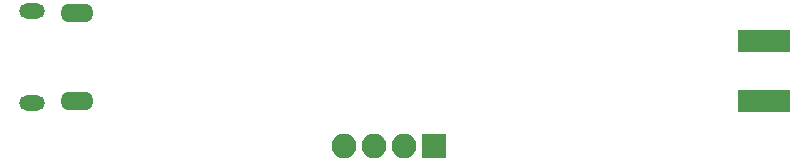
<source format=gbs>
G04 #@! TF.FileFunction,Soldermask,Bot*
%FSLAX46Y46*%
G04 Gerber Fmt 4.6, Leading zero omitted, Abs format (unit mm)*
G04 Created by KiCad (PCBNEW 4.0.7) date Monday, 02 July 2018 'PMt' 22:06:39*
%MOMM*%
%LPD*%
G01*
G04 APERTURE LIST*
%ADD10C,0.100000*%
%ADD11O,2.800000X1.600000*%
%ADD12O,2.200000X1.300000*%
%ADD13R,4.464000X1.924000*%
%ADD14R,2.100000X2.100000*%
%ADD15O,2.100000X2.100000*%
G04 APERTURE END LIST*
D10*
D11*
X117300000Y-104767000D03*
X117300000Y-112217000D03*
D12*
X113500000Y-104617000D03*
X113500000Y-112367000D03*
D13*
X175468000Y-112240000D03*
X175468000Y-107160000D03*
D14*
X147485000Y-115992000D03*
D15*
X144945000Y-115992000D03*
X142405000Y-115992000D03*
X139865000Y-115992000D03*
M02*

</source>
